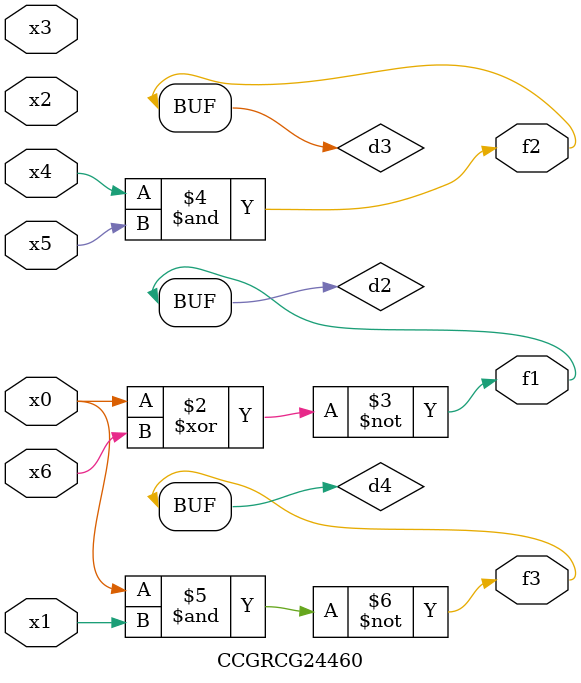
<source format=v>
module CCGRCG24460(
	input x0, x1, x2, x3, x4, x5, x6,
	output f1, f2, f3
);

	wire d1, d2, d3, d4;

	nor (d1, x0);
	xnor (d2, x0, x6);
	and (d3, x4, x5);
	nand (d4, x0, x1);
	assign f1 = d2;
	assign f2 = d3;
	assign f3 = d4;
endmodule

</source>
